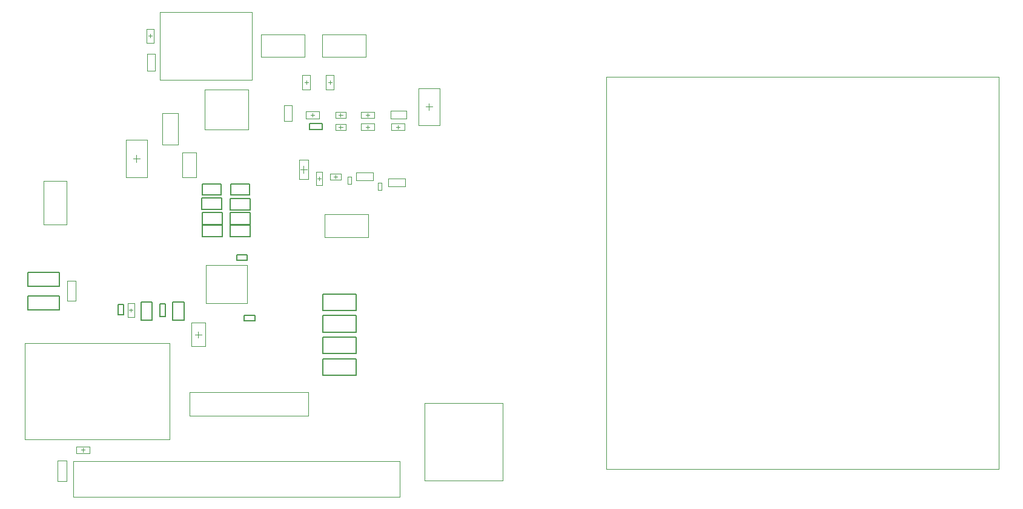
<source format=gbr>
%TF.GenerationSoftware,Altium Limited,Altium Designer,19.0.15 (446)*%
G04 Layer_Color=32768*
%FSLAX45Y45*%
%MOMM*%
%TF.FileFunction,Other,Top_Courtyard*%
%TF.Part,Single*%
G01*
G75*
%TA.AperFunction,NonConductor*%
%ADD90C,0.20000*%
%ADD92C,0.10000*%
%ADD122C,0.05000*%
D90*
X3744794Y4448100D02*
Y4613100D01*
X3464794D02*
X3744794D01*
X3464794Y4448100D02*
Y4613100D01*
Y4448100D02*
X3744794D01*
Y4248100D02*
Y4413100D01*
X3464794D02*
X3744794D01*
X3464794Y4248100D02*
Y4413100D01*
Y4248100D02*
X3744794D01*
Y4073100D02*
Y4238100D01*
X3464794D02*
X3744794D01*
X3464794Y4073100D02*
Y4238100D01*
Y4073100D02*
X3744794D01*
X3066846Y4454700D02*
Y4619700D01*
Y4454700D02*
X3346845D01*
Y4619700D01*
X3066846D02*
X3346845D01*
X3075846Y4248100D02*
Y4413100D01*
Y4248100D02*
X3355846D01*
Y4413100D01*
X3075846D02*
X3355846D01*
X3075846Y4073100D02*
Y4238100D01*
Y4073100D02*
X3355846D01*
Y4238100D01*
X3075846D02*
X3355846D01*
X2820700Y2904693D02*
Y3165907D01*
X2665700Y2904693D02*
X2820700D01*
X2665700D02*
Y3165907D01*
X2820700D01*
X2376200Y2904693D02*
Y3165907D01*
X2221200Y2904693D02*
X2376200D01*
X2221200D02*
Y3165907D01*
X2376200D01*
X3737407Y4659600D02*
Y4814600D01*
X3476193D02*
X3737407D01*
X3476193Y4659600D02*
Y4814600D01*
Y4659600D02*
X3737407D01*
X3080458D02*
Y4814600D01*
Y4659600D02*
X3341671D01*
Y4814600D01*
X3080458D02*
X3341671D01*
X643599Y3054600D02*
X1083599D01*
X643599D02*
Y3244602D01*
X1083599D01*
Y3054600D02*
Y3244602D01*
X643601Y3384798D02*
X1083600D01*
X643601D02*
Y3574801D01*
X1083600D01*
Y3384798D02*
Y3574801D01*
X4575470Y5576529D02*
X4752722D01*
X4575470D02*
Y5663778D01*
X4752722D01*
Y5576529D02*
Y5663778D01*
X3558575Y3747100D02*
X3705824D01*
X3558575D02*
Y3822101D01*
X3705824D01*
Y3747100D02*
Y3822101D01*
X3665255Y2978819D02*
X3812503D01*
Y2903818D02*
Y2978819D01*
X3665255Y2903818D02*
X3812503D01*
X3665255D02*
Y2978819D01*
X4765269Y3273591D02*
X5225893D01*
Y3042969D02*
Y3273591D01*
X4765269Y3042969D02*
X5225893D01*
X4765269D02*
Y3273591D01*
Y2973592D02*
X5225893D01*
Y2742970D02*
Y2973592D01*
X4765269Y2742970D02*
X5225893D01*
X4765269D02*
Y2973592D01*
Y2673587D02*
X5225893D01*
Y2442970D02*
Y2673587D01*
X4765269Y2442970D02*
X5225893D01*
X4765269D02*
Y2673587D01*
X4764070Y2370291D02*
X5224689D01*
Y2139669D02*
Y2370291D01*
X4764070Y2139669D02*
X5224689D01*
X4764070D02*
Y2370291D01*
X1905601Y3130513D02*
X1980602D01*
X1905601Y2983264D02*
Y3130513D01*
Y2983264D02*
X1980602D01*
Y3130513D01*
X2487995Y3133002D02*
X2562996D01*
X2487995Y2963000D02*
Y3133002D01*
Y2963000D02*
X2562996D01*
Y3133002D01*
D92*
X4912800Y4914900D02*
X4967800D01*
X4940300Y4887400D02*
Y4942400D01*
X4217619Y5696399D02*
Y5911399D01*
X4327619D01*
Y5696399D02*
Y5911399D01*
X4217619Y5696399D02*
X4327619D01*
X5537589Y4727204D02*
Y4827204D01*
X5587589D01*
Y4727204D02*
Y4827204D01*
X5537589Y4727204D02*
X5587589D01*
X5112251Y4816900D02*
X5162251D01*
Y4916899D01*
X5112251D02*
X5162251D01*
X5112251Y4816900D02*
Y4916899D01*
X1381957Y1092199D02*
X1436957D01*
X1409457Y1064699D02*
Y1119699D01*
X2109000Y5168900D02*
X2209000D01*
X2159000Y5118900D02*
Y5218900D01*
X5712670Y5723502D02*
Y5833499D01*
Y5723502D02*
X5927670D01*
Y5833499D01*
X5712670D02*
X5927670D01*
X5389199Y5751002D02*
Y5806003D01*
X5361701Y5778500D02*
X5416702D01*
X5012364Y5751002D02*
Y5806003D01*
X4984860Y5778500D02*
X5039862D01*
X2482900Y6271120D02*
X3771900D01*
X2482900D02*
Y7216120D01*
X3771900D01*
Y6271120D02*
Y7216120D01*
X4684201Y4889498D02*
X4739202D01*
X4711699Y4862000D02*
Y4917001D01*
X4506400Y6235701D02*
X4561401D01*
X4533898Y6208198D02*
Y6263199D01*
X4836598Y6235701D02*
X4891599D01*
X4864101Y6208198D02*
Y6263199D01*
X5012359Y5583320D02*
Y5638321D01*
X4984860Y5610818D02*
X5039862D01*
X6198399Y5892801D02*
X6298399D01*
X6248402Y5842799D02*
Y5942799D01*
X595960Y1243760D02*
X2623957D01*
Y2586760D01*
X595960D02*
X2623957D01*
X595960Y1243760D02*
Y2586760D01*
X3022600Y2661295D02*
Y2751298D01*
X2977601Y2706299D02*
X3067604D01*
D122*
X4865300Y4874900D02*
Y4954900D01*
X5015300Y4874900D02*
Y4954900D01*
X4865300D02*
X5015300D01*
X4865300Y4874900D02*
X5015300D01*
X1277000Y932801D02*
X5835000D01*
Y438801D02*
Y932801D01*
X1277000Y438801D02*
X5835000D01*
X1277000D02*
Y932801D01*
X2057789Y3048004D02*
X2107791D01*
X2082792Y3023005D02*
Y3073002D01*
X2130301Y2952997D02*
Y3143000D01*
X2035299Y2952997D02*
Y3143000D01*
X2130301D01*
X2035299Y2952997D02*
X2130301D01*
X1499457Y1047199D02*
Y1137199D01*
X1319457Y1047199D02*
Y1137199D01*
Y1047199D02*
X1499457D01*
X1319457Y1137199D02*
X1499457D01*
X2009000Y4908900D02*
Y5428900D01*
X2309000Y4908900D02*
Y5428900D01*
X2009000Y4908900D02*
X2309000D01*
X2009000Y5428900D02*
X2309000D01*
X1057600Y660101D02*
Y940100D01*
X1177599D01*
Y660101D02*
Y940100D01*
X1057600Y660101D02*
X1177599D01*
X3132703Y3675100D02*
X3702003D01*
X3132703Y3146700D02*
Y3675100D01*
Y3146700D02*
X3702003D01*
Y3675100D01*
X5299202Y5733501D02*
X5479202D01*
X5299202Y5823504D02*
X5479202D01*
Y5733501D02*
Y5823504D01*
X5299202Y5733501D02*
Y5823504D01*
X4937362Y5738500D02*
X5087360D01*
X4937362Y5818500D02*
X5087360D01*
Y5738500D02*
Y5818500D01*
X4937362Y5738500D02*
Y5818500D01*
X4617497Y5753501D02*
Y5803504D01*
X4592498Y5778500D02*
X4642495D01*
X4522501Y5826013D02*
X4712503D01*
X4522501Y5731012D02*
X4712503D01*
X4522501D02*
Y5826013D01*
X4712503Y5731012D02*
Y5826013D01*
X7274000Y665990D02*
Y1751990D01*
X6188000Y665990D02*
X7274000D01*
X6188000D02*
Y1751990D01*
X7274000D01*
X2307202Y6397601D02*
Y6632602D01*
X2417199D01*
Y6397601D02*
Y6632602D01*
X2307202Y6397601D02*
X2417199D01*
X2990599Y4910002D02*
Y5250002D01*
X2800602Y4910002D02*
X2990599D01*
X2800602D02*
Y5250002D01*
X2990599D01*
X3112300Y5575700D02*
X3720300D01*
Y6133700D01*
X3112300D02*
X3720300D01*
X3112300Y5575700D02*
Y6133700D01*
X8728102Y828699D02*
X14208101D01*
X8728102D02*
Y6308698D01*
X14208101D01*
Y828699D02*
Y6308698D01*
X1178083Y4245243D02*
Y4853243D01*
X864083D02*
X1178083D01*
X864083Y4245243D02*
Y4853243D01*
Y4245243D02*
X1178083D01*
X4788698Y4386102D02*
X5396697D01*
X4788698Y4072103D02*
Y4386102D01*
Y4072103D02*
X5396697D01*
Y4386102D01*
X4758218Y6903119D02*
X5366217D01*
X4758218Y6589119D02*
Y6903119D01*
Y6589119D02*
X5366217D01*
Y6903119D01*
X5229200Y4859900D02*
X5464201D01*
X5229200D02*
Y4969902D01*
X5464201D01*
Y4859900D02*
Y4969902D01*
X4756702Y4799501D02*
Y4979500D01*
X4666700Y4799501D02*
Y4979500D01*
X4756702D01*
X4666700Y4799501D02*
X4756702D01*
X4588899Y6130698D02*
Y6340700D01*
X4478902Y6130698D02*
Y6340700D01*
X4588899D01*
X4478902Y6130698D02*
X4588899D01*
X4919102Y6130702D02*
Y6340699D01*
X4809100Y6130702D02*
Y6340699D01*
X4919102D01*
X4809100Y6130702D02*
X4919102D01*
X2324501Y6884198D02*
X2374499D01*
X2349500Y6859199D02*
Y6909201D01*
X2301992Y6789202D02*
Y6979204D01*
X2396993Y6789202D02*
Y6979204D01*
X2301992Y6789202D02*
X2396993D01*
X2301992Y6979204D02*
X2396993D01*
X1189401Y3181120D02*
Y3461119D01*
X1309401D01*
Y3181120D02*
Y3461119D01*
X1189401Y3181120D02*
X1309401D01*
X5907363Y5563330D02*
Y5658331D01*
X5717366Y5563330D02*
Y5658331D01*
Y5563330D02*
X5907363D01*
X5717366Y5658331D02*
X5907363D01*
X5787358Y5610818D02*
X5837361D01*
X5812362Y5585819D02*
Y5635822D01*
X5482365Y5563330D02*
Y5658331D01*
X5292363Y5563330D02*
Y5658331D01*
Y5563330D02*
X5482365D01*
X5292363Y5658331D02*
X5482365D01*
X5362360Y5610818D02*
X5412358D01*
X5387359Y5585819D02*
Y5635822D01*
X4937357Y5570818D02*
X5087360D01*
X4937357Y5650823D02*
X5087360D01*
Y5570818D02*
Y5650823D01*
X4937357Y5570818D02*
Y5650823D01*
X4430801Y5151501D02*
X4560798D01*
X4430801Y4881499D02*
Y5151501D01*
Y4881499D02*
X4560798D01*
Y5151501D01*
X4445802Y5016500D02*
X4545802D01*
X4495799Y4966502D02*
Y5066502D01*
X5913299Y4778900D02*
Y4888897D01*
X5678299D02*
X5913299D01*
X5678299Y4778900D02*
Y4888897D01*
Y4778900D02*
X5913299D01*
X3900399Y6903119D02*
X4508399D01*
X3900399Y6589119D02*
Y6903119D01*
Y6589119D02*
X4508399D01*
Y6903119D01*
X6398399Y5632802D02*
Y6152801D01*
X6098399Y5632802D02*
Y6152801D01*
X6398399D01*
X6098399Y5632802D02*
X6398399D01*
X2519898Y5806201D02*
X2737902D01*
X2519898Y5363200D02*
Y5806201D01*
Y5363200D02*
X2737902D01*
Y5806201D01*
X4558401Y1574118D02*
Y1898120D01*
X2899400Y1574118D02*
X4558401D01*
X2899400D02*
Y1898120D01*
X4558401D01*
X2922600Y2541295D02*
X3122605D01*
X2922600Y2871297D02*
X3122605D01*
X2922600Y2541295D02*
Y2871297D01*
X3122605Y2541295D02*
Y2871297D01*
%TF.MD5,654d44c37d9ec03f4ed60b87c8a018b4*%
M02*

</source>
